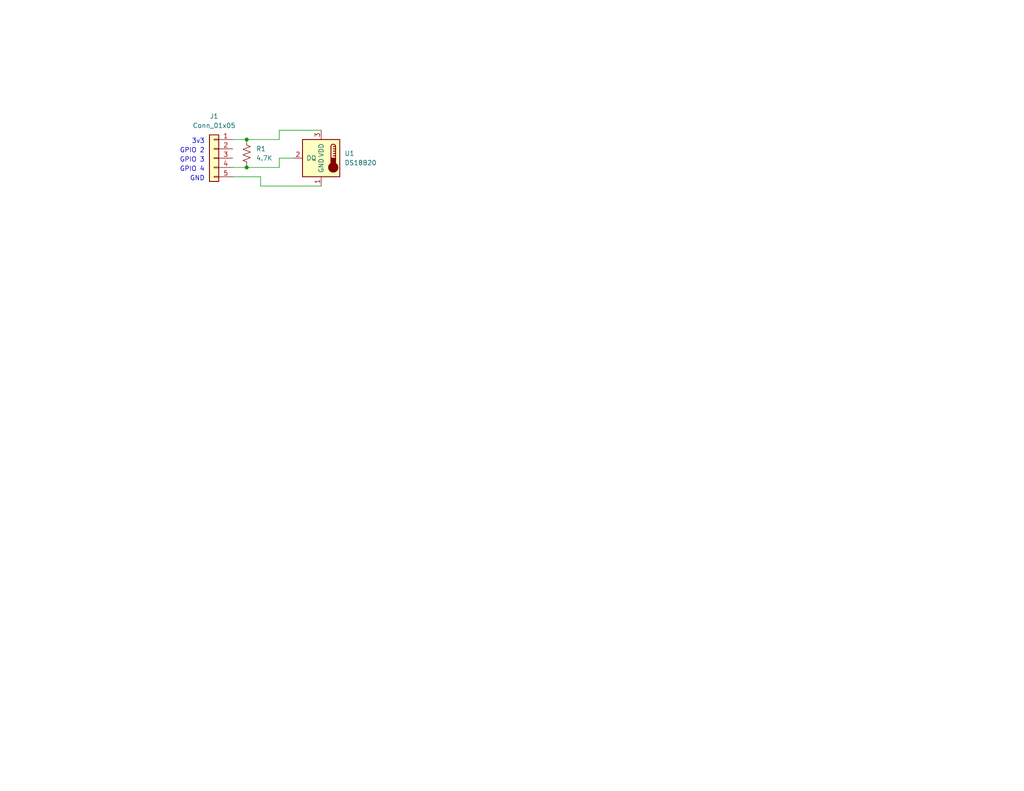
<source format=kicad_sch>
(kicad_sch (version 20211123) (generator eeschema)
  (paper "A")
  (lib_symbols
    (symbol "Connector_Generic:Conn_01x05" (pin_names (offset 1.016) hide)
      (property "Reference" "J" (at 0 7.62 0))
      (property "Value" "Conn_01x05" (at 0 -7.62 0))
      (symbol "Conn_01x05_1_1"
        (rectangle (start -1.27 -4.953) (end 0 -5.207) (stroke (width 0.1524)))
        (rectangle (start -1.27 -2.413) (end 0 -2.667) (stroke (width 0.1524)))
        (rectangle (start -1.27 0.127) (end 0 -0.127) (stroke (width 0.1524)))
        (rectangle (start -1.27 2.667) (end 0 2.413) (stroke (width 0.1524)))
        (rectangle (start -1.27 5.207) (end 0 4.953) (stroke (width 0.1524)))
        (rectangle (start -1.27 6.35) (end 1.27 -6.35) (stroke (width 0.254)) (fill (type background)))
        (pin passive line (at -5.08 5.08 0) (length 3.81) (name "Pin_1") (number "1"))
        (pin passive line (at -5.08 2.54 0) (length 3.81) (name "Pin_2") (number "2"))
        (pin passive line (at -5.08 0 0) (length 3.81) (name "Pin_3") (number "3"))
        (pin passive line (at -5.08 -2.54 0) (length 3.81) (name "Pin_4") (number "4"))
        (pin passive line (at -5.08 -5.08 0) (length 3.81) (name "Pin_5") (number "5"))
      )
    )
    (symbol "Device:R_US" (pin_numbers hide) (pin_names (offset 0))
      (property "Reference" "R" (at 2.54 0 90))
      (property "Value" "R_US" (at -2.54 0 90))
      (symbol "R_US_0_1"
        (polyline (pts (xy 0 -2.286) (xy 0 -2.54)))
        (polyline (pts (xy 0 2.286) (xy 0 2.54)))
        (polyline (pts (xy 0 -0.762) (xy 1.016 -1.143) (xy 0 -1.524) (xy -1.016 -1.905) (xy 0 -2.286)))
        (polyline (pts (xy 0 0.762) (xy 1.016 0.381) (xy 0 0) (xy -1.016 -0.381) (xy 0 -0.762)))
        (polyline (pts (xy 0 2.286) (xy 1.016 1.905) (xy 0 1.524) (xy -1.016 1.143) (xy 0 0.762)))
      )
      (symbol "R_US_1_1"
        (pin passive line (at 0 3.81 270) (length 1.27) (name "~") (number "1"))
        (pin passive line (at 0 -3.81 90) (length 1.27) (name "~") (number "2"))
      )
    )
    (symbol "Sensor_Temperature:DS18B20" (pin_names (offset 1.016))
      (property "Reference" "U" (at -3.81 6.35 0))
      (property "Value" "DS18B20" (at 6.35 6.35 0))
      (symbol "DS18B20_0_1"
        (rectangle (start -5.08 5.08) (end 5.08 -5.08) (stroke (width 0.254)) (fill (type background)))
        (circle (center -3.302 -2.54) (radius 1.27) (stroke (width 0.254)) (fill (type outline)))
        (rectangle (start -2.667 -1.905) (end -3.937 0) (stroke (width 0.254)) (fill (type outline)))
        (arc (start -2.667 3.175) (mid -3.302 3.81) (end -3.937 3.175) (stroke (width 0.254)))
        (polyline (pts (xy -3.937 0.635) (xy -3.302 0.635)) (stroke (width 0.254)))
        (polyline (pts (xy -3.937 1.27) (xy -3.302 1.27)) (stroke (width 0.254)))
        (polyline (pts (xy -3.937 1.905) (xy -3.302 1.905)) (stroke (width 0.254)))
        (polyline (pts (xy -3.937 2.54) (xy -3.302 2.54)) (stroke (width 0.254)))
        (polyline (pts (xy -3.937 3.175) (xy -3.937 0)) (stroke (width 0.254)))
        (polyline (pts (xy -3.937 3.175) (xy -3.302 3.175)) (stroke (width 0.254)))
        (polyline (pts (xy -2.667 3.175) (xy -2.667 0)) (stroke (width 0.254)))
      )
      (symbol "DS18B20_1_1"
        (pin power_in line (at 0 -7.62 90) (length 2.54) (name "GND") (number "1"))
        (pin bidirectional line (at 7.62 0 180) (length 2.54) (name "DQ") (number "2"))
        (pin power_in line (at 0 7.62 270) (length 2.54) (name "VDD") (number "3"))
      )
    )
  )
  (junction (at 67.31 45.72))
  (junction (at 67.31 38.1))
  (wire (pts (xy 76.2 35.56) (xy 76.2 38.1)))
  (wire (pts (xy 71.12 48.26) (xy 63.5 48.26)))
  (wire (pts (xy 63.5 45.72) (xy 67.31 45.72)))
  (wire (pts (xy 80.01 43.18) (xy 76.2 43.18)))
  (wire (pts (xy 71.12 50.8) (xy 71.12 48.26)))
  (wire (pts (xy 76.2 45.72) (xy 67.31 45.72)))
  (wire (pts (xy 87.63 50.8) (xy 71.12 50.8)))
  (wire (pts (xy 63.5 38.1) (xy 67.31 38.1)))
  (wire (pts (xy 76.2 38.1) (xy 67.31 38.1)))
  (wire (pts (xy 87.63 35.56) (xy 76.2 35.56)))
  (wire (pts (xy 76.2 43.18) (xy 76.2 45.72)))
  (text "3v3" (at 55.88 39.37 180) (effects (font (size 1.27 1.27)) (justify right bottom)))
  (text "GPIO 3" (at 55.88 44.45 180) (effects (font (size 1.27 1.27)) (justify right bottom)))
  (text "GPIO 4" (at 55.88 46.99 180) (effects (font (size 1.27 1.27)) (justify right bottom)))
  (text "GND" (at 55.88 49.53 180) (effects (font (size 1.27 1.27)) (justify right bottom)))
  (text "GPIO 2" (at 55.88 41.91 180) (effects (font (size 1.27 1.27)) (justify right bottom)))
  (symbol (lib_id "Connector_Generic:Conn_01x05") (at 58.42 43.18 0) (mirror y) (unit 1)
    (property "Reference" "J1" (at 58.42 31.75 0))
    (property "Value" "Conn_01x05" (at 58.42 34.29 0))
  )
  (symbol (lib_id "Device:R_US") (at 67.31 41.91 0) (unit 1)
    (property "Reference" "R1" (at 69.85 40.6399 0) (effects (justify left)))
    (property "Value" "4.7K" (at 69.85 43.1799 0) (effects (justify left)))
  )
  (symbol (lib_id "Sensor_Temperature:DS18B20") (at 87.63 43.18 0) (mirror y) (unit 1)
    (property "Reference" "U1" (at 93.98 41.9099 0) (effects (justify right)))
    (property "Value" "DS18B20" (at 93.98 44.4499 0) (effects (justify right)))
    (property "Footprint" "Package_TO_SOT_THT:TO-92_Inline" (effects hide))
    (property "Datasheet" "http://datasheets.maximintegrated.com/en/ds/DS18B20.pdf" (effects hide))
  )
)
</source>
